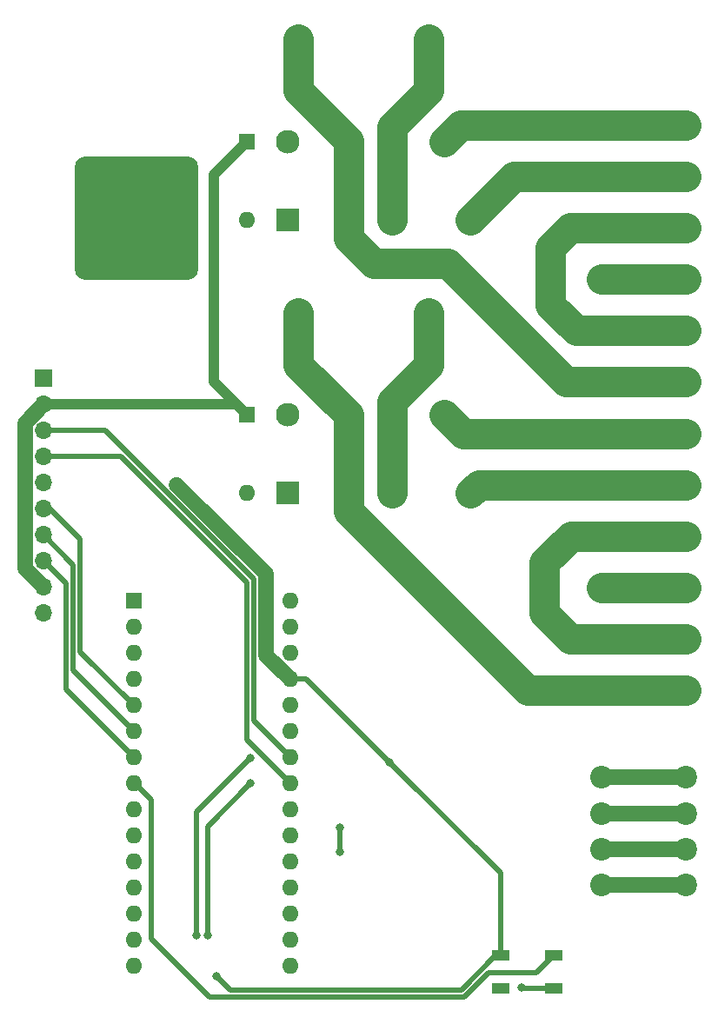
<source format=gbr>
%TF.GenerationSoftware,KiCad,Pcbnew,7.0.9*%
%TF.CreationDate,2024-02-10T01:22:26-05:00*%
%TF.ProjectId,BREAD_Slice,42524541-445f-4536-9c69-63652e6b6963,rev?*%
%TF.SameCoordinates,PX74eba40PY8552dc0*%
%TF.FileFunction,Copper,L1,Top*%
%TF.FilePolarity,Positive*%
%FSLAX46Y46*%
G04 Gerber Fmt 4.6, Leading zero omitted, Abs format (unit mm)*
G04 Created by KiCad (PCBNEW 7.0.9) date 2024-02-10 01:22:26*
%MOMM*%
%LPD*%
G01*
G04 APERTURE LIST*
G04 Aperture macros list*
%AMRoundRect*
0 Rectangle with rounded corners*
0 $1 Rounding radius*
0 $2 $3 $4 $5 $6 $7 $8 $9 X,Y pos of 4 corners*
0 Add a 4 corners polygon primitive as box body*
4,1,4,$2,$3,$4,$5,$6,$7,$8,$9,$2,$3,0*
0 Add four circle primitives for the rounded corners*
1,1,$1+$1,$2,$3*
1,1,$1+$1,$4,$5*
1,1,$1+$1,$6,$7*
1,1,$1+$1,$8,$9*
0 Add four rect primitives between the rounded corners*
20,1,$1+$1,$2,$3,$4,$5,0*
20,1,$1+$1,$4,$5,$6,$7,0*
20,1,$1+$1,$6,$7,$8,$9,0*
20,1,$1+$1,$8,$9,$2,$3,0*%
G04 Aperture macros list end*
%TA.AperFunction,SMDPad,CuDef*%
%ADD10RoundRect,1.000000X-5.000000X-5.000000X5.000000X-5.000000X5.000000X5.000000X-5.000000X5.000000X0*%
%TD*%
%TA.AperFunction,SMDPad,CuDef*%
%ADD11R,1.651000X1.000000*%
%TD*%
%TA.AperFunction,ComponentPad*%
%ADD12C,2.300000*%
%TD*%
%TA.AperFunction,ComponentPad*%
%ADD13R,1.600000X1.600000*%
%TD*%
%TA.AperFunction,ComponentPad*%
%ADD14O,1.600000X1.600000*%
%TD*%
%TA.AperFunction,ComponentPad*%
%ADD15R,1.700000X1.700000*%
%TD*%
%TA.AperFunction,ComponentPad*%
%ADD16O,1.700000X1.700000*%
%TD*%
%TA.AperFunction,ComponentPad*%
%ADD17C,2.200000*%
%TD*%
%TA.AperFunction,ComponentPad*%
%ADD18R,2.300000X2.300000*%
%TD*%
%TA.AperFunction,ViaPad*%
%ADD19C,0.800000*%
%TD*%
%TA.AperFunction,ViaPad*%
%ADD20C,0.500000*%
%TD*%
%TA.AperFunction,ViaPad*%
%ADD21C,1.500000*%
%TD*%
%TA.AperFunction,Conductor*%
%ADD22C,3.000000*%
%TD*%
%TA.AperFunction,Conductor*%
%ADD23C,1.000000*%
%TD*%
%TA.AperFunction,Conductor*%
%ADD24C,1.500000*%
%TD*%
%TA.AperFunction,Conductor*%
%ADD25C,0.500000*%
%TD*%
G04 APERTURE END LIST*
D10*
%TO.P,HS1,1*%
%TO.N,GND*%
X12700000Y77100000D03*
%TD*%
D11*
%TO.P,D1,1,VDD*%
%TO.N,+5V*%
X48123000Y5267231D03*
%TO.P,D1,2,DOUT*%
%TO.N,unconnected-(D1-DOUT-Pad2)*%
X48123000Y2067231D03*
%TO.P,D1,3,VSS*%
%TO.N,GND*%
X53277000Y2067231D03*
%TO.P,D1,4,DIN*%
%TO.N,/LED*%
X53277000Y5267231D03*
%TD*%
D12*
%TO.P,J18,1,1*%
%TO.N,ESTOP2*%
X58000000Y31100000D03*
X66200000Y31100000D03*
%TD*%
%TO.P,J10,1,1*%
%TO.N,ESTOP1*%
X58000000Y61100000D03*
X66200000Y61100000D03*
%TD*%
%TO.P,F2,2*%
%TO.N,FUSE1*%
X41150000Y89492700D03*
X41150000Y94492700D03*
%TO.P,F2,1*%
%TO.N,ESTOP1*%
X28450000Y89492700D03*
X28450000Y94492700D03*
%TD*%
%TO.P,F1,1*%
%TO.N,ESTOP2*%
X28450000Y67792700D03*
X28450000Y62792700D03*
%TO.P,F1,2*%
%TO.N,FUSE2*%
X41150000Y67792700D03*
X41150000Y62792700D03*
%TD*%
%TO.P,J17,1,1*%
%TO.N,IN2*%
X58000000Y36100000D03*
X66200000Y36100000D03*
%TD*%
%TO.P,J16,1,1*%
%TO.N,GND*%
X58000000Y41100000D03*
X66200000Y41100000D03*
%TD*%
%TO.P,J15,1,1*%
%TO.N,IN2*%
X58000000Y46100000D03*
X66200000Y46100000D03*
%TD*%
%TO.P,J14,1,1*%
%TO.N,NO2*%
X58000000Y51100000D03*
X66200000Y51100000D03*
%TD*%
%TO.P,J13,1,1*%
%TO.N,NC2*%
X58000000Y56100000D03*
X66200000Y56100000D03*
%TD*%
%TO.P,J9,1,1*%
%TO.N,IN1*%
X58000000Y66100000D03*
X66200000Y66100000D03*
%TD*%
%TO.P,J8,1,1*%
%TO.N,GND*%
X58000000Y71100000D03*
X66200000Y71100000D03*
%TD*%
%TO.P,J7,1,1*%
%TO.N,IN1*%
X58000000Y76100000D03*
X66200000Y76100000D03*
%TD*%
%TO.P,J6,1,1*%
%TO.N,NO1*%
X58000000Y81100000D03*
X66200000Y81100000D03*
%TD*%
%TO.P,J5,1,1*%
%TO.N,NC1*%
X58000000Y86100000D03*
X66200000Y86100000D03*
%TD*%
D13*
%TO.P,A1,1,D1/TX*%
%TO.N,unconnected-(A1-D1{slash}TX-Pad1)*%
X12400000Y39800000D03*
D14*
%TO.P,A1,2,D0/RX*%
%TO.N,unconnected-(A1-D0{slash}RX-Pad2)*%
X12400000Y37260000D03*
%TO.P,A1,3,~{RESET}*%
%TO.N,unconnected-(A1-~{RESET}-Pad3)*%
X12400000Y34720000D03*
%TO.P,A1,4,GND*%
%TO.N,GND*%
X12400000Y32180000D03*
%TO.P,A1,5,D2*%
%TO.N,/E_STOP*%
X12400000Y29640000D03*
%TO.P,A1,6,D3*%
%TO.N,/INT*%
X12400000Y27100000D03*
%TO.P,A1,7,D4*%
%TO.N,/SYNC*%
X12400000Y24560000D03*
%TO.P,A1,8,D5*%
%TO.N,/LED*%
X12400000Y22020000D03*
%TO.P,A1,9,D6*%
%TO.N,/Relay1*%
X12400000Y19480000D03*
%TO.P,A1,10,D7*%
%TO.N,/Relay2*%
X12400000Y16940000D03*
%TO.P,A1,11,D8*%
%TO.N,unconnected-(A1-D8-Pad11)*%
X12400000Y14400000D03*
%TO.P,A1,12,D9*%
%TO.N,unconnected-(A1-D9-Pad12)*%
X12400000Y11860000D03*
%TO.P,A1,13,D10*%
%TO.N,/SS1*%
X12400000Y9320000D03*
%TO.P,A1,14,D11*%
%TO.N,/SS2*%
X12400000Y6780000D03*
%TO.P,A1,15,D12*%
%TO.N,/DATA*%
X12400000Y4240000D03*
%TO.P,A1,16,D13*%
%TO.N,/CLK*%
X27640000Y4240000D03*
%TO.P,A1,17,3V3*%
%TO.N,unconnected-(A1-3V3-Pad17)*%
X27640000Y6780000D03*
%TO.P,A1,18,AREF*%
%TO.N,unconnected-(A1-AREF-Pad18)*%
X27640000Y9320000D03*
%TO.P,A1,19,A0*%
%TO.N,unconnected-(A1-A0-Pad19)*%
X27640000Y11860000D03*
%TO.P,A1,20,A1*%
%TO.N,unconnected-(A1-A1-Pad20)*%
X27640000Y14400000D03*
%TO.P,A1,21,A2*%
%TO.N,unconnected-(A1-A2-Pad21)*%
X27640000Y16940000D03*
%TO.P,A1,22,A3*%
%TO.N,unconnected-(A1-A3-Pad22)*%
X27640000Y19480000D03*
%TO.P,A1,23,A4*%
%TO.N,/I2C_DAT*%
X27640000Y22020000D03*
%TO.P,A1,24,A5*%
%TO.N,/I2C_CLK*%
X27640000Y24560000D03*
%TO.P,A1,25,A6*%
%TO.N,unconnected-(A1-A6-Pad25)*%
X27640000Y27100000D03*
%TO.P,A1,26,A7*%
%TO.N,unconnected-(A1-A7-Pad26)*%
X27640000Y29640000D03*
%TO.P,A1,27,+5V*%
%TO.N,+5V*%
X27640000Y32180000D03*
%TO.P,A1,28,~{RESET}*%
%TO.N,unconnected-(A1-~{RESET}-Pad28)*%
X27640000Y34720000D03*
%TO.P,A1,29,GND*%
%TO.N,GND*%
X27640000Y37260000D03*
%TO.P,A1,30,VIN*%
%TO.N,unconnected-(A1-VIN-Pad30)*%
X27640000Y39800000D03*
%TD*%
D15*
%TO.P,J1,1,Pin_1*%
%TO.N,GND*%
X3600000Y61450000D03*
D16*
%TO.P,J1,2,Pin_2*%
%TO.N,+12V*%
X3600000Y58910000D03*
%TO.P,J1,3,Pin_3*%
%TO.N,/I2C_CLK*%
X3600000Y56370000D03*
%TO.P,J1,4,Pin_4*%
%TO.N,/I2C_DAT*%
X3600000Y53830000D03*
%TO.P,J1,5,Pin_5*%
%TO.N,GND*%
X3600000Y51290000D03*
%TO.P,J1,6,Pin_6*%
%TO.N,/E_STOP*%
X3600000Y48750000D03*
%TO.P,J1,7,Pin_7*%
%TO.N,/INT*%
X3600000Y46210000D03*
%TO.P,J1,8,Pin_8*%
%TO.N,/SYNC*%
X3600000Y43670000D03*
%TO.P,J1,9,Pin_9*%
%TO.N,+12V*%
X3600000Y41130000D03*
%TO.P,J1,10,Pin_10*%
%TO.N,GND*%
X3600000Y38590000D03*
%TD*%
D13*
%TO.P,D2,1,K*%
%TO.N,+12V*%
X23400000Y84510000D03*
D14*
%TO.P,D2,2,A*%
%TO.N,Net-(D2-A)*%
X23400000Y76890000D03*
%TD*%
D17*
%TO.P,J3,1,1*%
%TO.N,Net-(FB1-Pad2)*%
X58000000Y19100000D03*
X66200000Y19100000D03*
%TD*%
%TO.P,J11,1,1*%
%TO.N,Net-(FB3-Pad2)*%
X58000000Y12100000D03*
X66200000Y12100000D03*
%TD*%
%TO.P,J12,1,1*%
%TO.N,Net-(FB4-Pad2)*%
X58000000Y15600000D03*
X66200000Y15600000D03*
%TD*%
D12*
%TO.P,K2,5*%
%TO.N,+12V*%
X27425000Y57920000D03*
%TO.P,K2,4*%
%TO.N,NC2*%
X42665000Y57920000D03*
%TO.P,K2,3*%
%TO.N,NO2*%
X45205000Y50300000D03*
%TO.P,K2,2*%
%TO.N,FUSE2*%
X37585000Y50300000D03*
D18*
%TO.P,K2,1*%
%TO.N,Net-(D3-A)*%
X27425000Y50300000D03*
%TD*%
D17*
%TO.P,J4,1,1*%
%TO.N,Net-(FB2-Pad2)*%
X58000000Y22600000D03*
X66200000Y22600000D03*
%TD*%
D13*
%TO.P,D3,1,K*%
%TO.N,+12V*%
X23400000Y57910000D03*
D14*
%TO.P,D3,2,A*%
%TO.N,Net-(D3-A)*%
X23400000Y50290000D03*
%TD*%
D12*
%TO.P,K1,5*%
%TO.N,+12V*%
X27425000Y84520000D03*
%TO.P,K1,4*%
%TO.N,NC1*%
X42665000Y84520000D03*
%TO.P,K1,3*%
%TO.N,NO1*%
X45205000Y76900000D03*
%TO.P,K1,2*%
%TO.N,FUSE1*%
X37585000Y76900000D03*
D18*
%TO.P,K1,1*%
%TO.N,Net-(D2-A)*%
X27425000Y76900000D03*
%TD*%
D19*
%TO.N,GND*%
X18200000Y77650000D03*
X11300000Y82250000D03*
D20*
X12500000Y79700000D03*
X13700000Y80500000D03*
D19*
X7700000Y72000000D03*
D20*
X11200000Y77500000D03*
D19*
X18200000Y72650000D03*
D20*
X12100000Y77500000D03*
X12500000Y78400000D03*
X10100000Y74800000D03*
D19*
X7500000Y75250000D03*
D20*
X11400000Y80500000D03*
D19*
X18200000Y80550000D03*
X50200000Y2100000D03*
D21*
%TO.N,+5V*%
X16600000Y51100000D03*
D19*
X37300000Y24100000D03*
X20500000Y3249500D03*
%TO.N,/I2C_CLK*%
X18500000Y7200000D03*
X23800000Y24500000D03*
%TO.N,/I2C_DAT*%
X23800000Y22000000D03*
X19600000Y7200000D03*
%TO.N,/CLK*%
X32500000Y15300000D03*
X32500000Y17700000D03*
%TD*%
D22*
%TO.N,ESTOP2*%
X33335000Y57907700D02*
X28450000Y62792700D01*
X33335000Y48539592D02*
X33335000Y57907700D01*
X50774592Y31100000D02*
X33335000Y48539592D01*
X58000000Y31100000D02*
X50774592Y31100000D01*
%TO.N,IN1*%
X55510408Y66100000D02*
X58000000Y66100000D01*
X53000000Y68610408D02*
X55510408Y66100000D01*
X54900000Y76100000D02*
X53000000Y74200000D01*
X58000000Y76100000D02*
X54900000Y76100000D01*
X53000000Y74200000D02*
X53000000Y68610408D01*
%TO.N,IN2*%
X54900000Y36100000D02*
X58000000Y36100000D01*
X52400000Y38600000D02*
X54900000Y36100000D01*
X52400000Y43500000D02*
X52400000Y38600000D01*
X55000000Y46100000D02*
X52400000Y43500000D01*
X58000000Y46100000D02*
X55000000Y46100000D01*
%TO.N,NO2*%
X58000000Y51100000D02*
X46005000Y51100000D01*
X46005000Y51100000D02*
X45205000Y50300000D01*
%TO.N,NC2*%
X44485000Y56100000D02*
X58000000Y56100000D01*
X42665000Y57920000D02*
X44485000Y56100000D01*
%TO.N,ESTOP2*%
X28450000Y67792700D02*
X28450000Y62792700D01*
%TO.N,FUSE2*%
X37585000Y59227700D02*
X37585000Y50300000D01*
X41150000Y62792700D02*
X37585000Y59227700D01*
X41150000Y67792700D02*
X41150000Y62792700D01*
%TO.N,ESTOP1*%
X33335000Y75139592D02*
X33335000Y84607700D01*
X33335000Y84607700D02*
X28450000Y89492700D01*
X42950000Y72650000D02*
X35824592Y72650000D01*
X35824592Y72650000D02*
X33335000Y75139592D01*
X54500000Y61100000D02*
X42950000Y72650000D01*
X58000000Y61100000D02*
X54500000Y61100000D01*
X28450000Y94492700D02*
X28450000Y89492700D01*
%TO.N,FUSE1*%
X41150000Y89492700D02*
X41150000Y94492700D01*
X37585000Y85927700D02*
X41150000Y89492700D01*
X37585000Y76900000D02*
X37585000Y85927700D01*
D23*
%TO.N,+12V*%
X20200000Y61110000D02*
X23400000Y57910000D01*
X20200000Y81310000D02*
X20200000Y61110000D01*
X23400000Y84510000D02*
X20200000Y81310000D01*
X22410000Y58900000D02*
X23400000Y57910000D01*
X3610000Y58900000D02*
X22410000Y58900000D01*
X3600000Y58910000D02*
X3610000Y58900000D01*
D22*
%TO.N,NO1*%
X49405000Y81100000D02*
X45205000Y76900000D01*
X58000000Y81100000D02*
X49405000Y81100000D01*
%TO.N,NC1*%
X44245000Y86100000D02*
X42665000Y84520000D01*
X58000000Y86100000D02*
X44245000Y86100000D01*
D24*
%TO.N,+5V*%
X25300000Y34500000D02*
X27620000Y32180000D01*
X27620000Y32180000D02*
X27640000Y32180000D01*
X25300000Y42400000D02*
X25300000Y34500000D01*
X16600000Y51100000D02*
X25300000Y42400000D01*
D22*
%TO.N,GND*%
X66200000Y41100000D02*
X58000000Y41100000D01*
X58000000Y71100000D02*
X66200000Y71100000D01*
D25*
X50200000Y2100000D02*
X50232769Y2067231D01*
X50232769Y2067231D02*
X53277000Y2067231D01*
%TO.N,+5V*%
X21849500Y1900000D02*
X44310050Y1900000D01*
X20500000Y3249500D02*
X21849500Y1900000D01*
X48123000Y13277000D02*
X48123000Y5267231D01*
X44310050Y1900000D02*
X47677281Y5267231D01*
X37300000Y24100000D02*
X48123000Y13277000D01*
X29220000Y32180000D02*
X27640000Y32180000D01*
X47677281Y5267231D02*
X48123000Y5267231D01*
X37300000Y24100000D02*
X29220000Y32180000D01*
%TO.N,/LED*%
X19800000Y1200000D02*
X44600000Y1200000D01*
X12400000Y22020000D02*
X12480000Y22020000D01*
X44600000Y1200000D02*
X47000000Y3600000D01*
X51609769Y3600000D02*
X53277000Y5267231D01*
X14100000Y20400000D02*
X14100000Y6900000D01*
X47000000Y3600000D02*
X51609769Y3600000D01*
X14100000Y6900000D02*
X19800000Y1200000D01*
X12480000Y22020000D02*
X14100000Y20400000D01*
%TO.N,/I2C_CLK*%
X27640000Y24560000D02*
X24100000Y28100000D01*
X24100000Y41900000D02*
X9630000Y56370000D01*
X18500000Y7200000D02*
X18500000Y19200000D01*
X9630000Y56370000D02*
X3600000Y56370000D01*
X18500000Y19200000D02*
X23800000Y24500000D01*
X24100000Y28100000D02*
X24100000Y41900000D01*
%TO.N,/I2C_DAT*%
X27640000Y22020000D02*
X23400000Y26260000D01*
X19600000Y17800000D02*
X19600000Y7200000D01*
X23800000Y22000000D02*
X19600000Y17800000D01*
X11180050Y53830000D02*
X3600000Y53830000D01*
X23400000Y41610050D02*
X11180050Y53830000D01*
X23400000Y26260000D02*
X23400000Y41610050D01*
%TO.N,/SYNC*%
X5800000Y31160000D02*
X12400000Y24560000D01*
X5800000Y41470000D02*
X5800000Y31160000D01*
X3600000Y43670000D02*
X5800000Y41470000D01*
%TO.N,/E_STOP*%
X4250000Y48750000D02*
X7200000Y45800000D01*
X7200000Y45800000D02*
X7200000Y34840000D01*
X3600000Y48750000D02*
X4250000Y48750000D01*
X7200000Y34840000D02*
X12400000Y29640000D01*
D24*
%TO.N,+12V*%
X3594415Y58910000D02*
X1800000Y57115585D01*
D23*
X23400000Y84500000D02*
X23400000Y84510000D01*
X23390000Y57900000D02*
X23400000Y57910000D01*
D24*
X3600000Y58910000D02*
X3594415Y58910000D01*
X1800000Y57115585D02*
X1800000Y42924415D01*
X1800000Y42924415D02*
X3594415Y41130000D01*
X3594415Y41130000D02*
X3600000Y41130000D01*
D25*
%TO.N,/INT*%
X6500000Y43310000D02*
X6500000Y33000000D01*
X3600000Y46210000D02*
X6500000Y43310000D01*
X6500000Y33000000D02*
X12400000Y27100000D01*
%TO.N,/CLK*%
X32500000Y17700000D02*
X32500000Y15300000D01*
D24*
%TO.N,Net-(FB1-Pad2)*%
X66200000Y19100000D02*
X58000000Y19100000D01*
%TO.N,Net-(FB2-Pad2)*%
X66200000Y22600000D02*
X58000000Y22600000D01*
%TO.N,Net-(FB3-Pad2)*%
X58000000Y12100000D02*
X66200000Y12100000D01*
%TO.N,Net-(FB4-Pad2)*%
X66200000Y15600000D02*
X58000000Y15600000D01*
D22*
%TO.N,NC1*%
X66200000Y86100000D02*
X58000000Y86100000D01*
%TO.N,NO1*%
X58000000Y81100000D02*
X66200000Y81100000D01*
%TO.N,NC2*%
X58000000Y56100000D02*
X66200000Y56100000D01*
%TO.N,NO2*%
X66200000Y51100000D02*
X58000000Y51100000D01*
%TO.N,ESTOP2*%
X66200000Y31100000D02*
X58000000Y31100000D01*
%TO.N,ESTOP1*%
X66200000Y61100000D02*
X58000000Y61100000D01*
%TO.N,IN1*%
X66200000Y76100000D02*
X58000000Y76100000D01*
X66200000Y66100000D02*
X58000000Y66100000D01*
%TO.N,IN2*%
X66200000Y36100000D02*
X58000000Y36100000D01*
X58000000Y46100000D02*
X66200000Y46100000D01*
%TD*%
M02*

</source>
